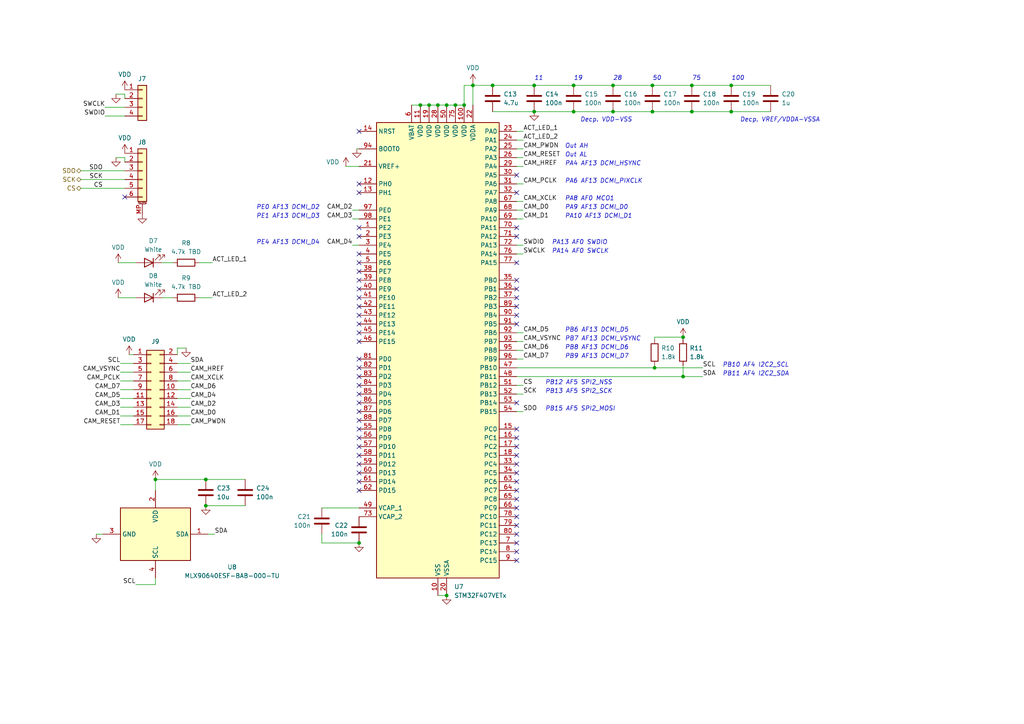
<source format=kicad_sch>
(kicad_sch (version 20230121) (generator eeschema)
  (paper "A4")
  (lib_symbols
    (symbol "Connector_Generic:Conn_01x04" (pin_names (offset 1.016) hide)
      (property "Reference" "J" (at 0 5.08 0))
      (property "Value" "Conn_01x04" (at 0 -7.62 0))
      (symbol "Conn_01x04_1_1"
        (rectangle (start -1.27 -4.953) (end 0 -5.207) (stroke (width 0.1524)))
        (rectangle (start -1.27 -2.413) (end 0 -2.667) (stroke (width 0.1524)))
        (rectangle (start -1.27 0.127) (end 0 -0.127) (stroke (width 0.1524)))
        (rectangle (start -1.27 2.667) (end 0 2.413) (stroke (width 0.1524)))
        (rectangle (start -1.27 3.81) (end 1.27 -6.35) (stroke (width 0.254)) (fill (type background)))
        (pin passive line (at -5.08 2.54 0) (length 3.81) (name "Pin_1") (number "1"))
        (pin passive line (at -5.08 0 0) (length 3.81) (name "Pin_2") (number "2"))
        (pin passive line (at -5.08 -2.54 0) (length 3.81) (name "Pin_3") (number "3"))
        (pin passive line (at -5.08 -5.08 0) (length 3.81) (name "Pin_4") (number "4"))
      )
    )
    (symbol "Connector_Generic:Conn_02x09_Odd_Even" (pin_names (offset 1.016) hide)
      (property "Reference" "J" (at 1.27 12.7 0))
      (property "Value" "Conn_02x09_Odd_Even" (at 1.27 -12.7 0))
      (symbol "Conn_02x09_Odd_Even_1_1"
        (rectangle (start -1.27 -10.033) (end 0 -10.287) (stroke (width 0.1524)))
        (rectangle (start -1.27 -7.493) (end 0 -7.747) (stroke (width 0.1524)))
        (rectangle (start -1.27 -4.953) (end 0 -5.207) (stroke (width 0.1524)))
        (rectangle (start -1.27 -2.413) (end 0 -2.667) (stroke (width 0.1524)))
        (rectangle (start -1.27 0.127) (end 0 -0.127) (stroke (width 0.1524)))
        (rectangle (start -1.27 2.667) (end 0 2.413) (stroke (width 0.1524)))
        (rectangle (start -1.27 5.207) (end 0 4.953) (stroke (width 0.1524)))
        (rectangle (start -1.27 7.747) (end 0 7.493) (stroke (width 0.1524)))
        (rectangle (start -1.27 10.287) (end 0 10.033) (stroke (width 0.1524)))
        (rectangle (start -1.27 11.43) (end 3.81 -11.43) (stroke (width 0.254)) (fill (type background)))
        (rectangle (start 3.81 -10.033) (end 2.54 -10.287) (stroke (width 0.1524)))
        (rectangle (start 3.81 -7.493) (end 2.54 -7.747) (stroke (width 0.1524)))
        (rectangle (start 3.81 -4.953) (end 2.54 -5.207) (stroke (width 0.1524)))
        (rectangle (start 3.81 -2.413) (end 2.54 -2.667) (stroke (width 0.1524)))
        (rectangle (start 3.81 0.127) (end 2.54 -0.127) (stroke (width 0.1524)))
        (rectangle (start 3.81 2.667) (end 2.54 2.413) (stroke (width 0.1524)))
        (rectangle (start 3.81 5.207) (end 2.54 4.953) (stroke (width 0.1524)))
        (rectangle (start 3.81 7.747) (end 2.54 7.493) (stroke (width 0.1524)))
        (rectangle (start 3.81 10.287) (end 2.54 10.033) (stroke (width 0.1524)))
        (pin passive line (at -5.08 10.16 0) (length 3.81) (name "Pin_1") (number "1"))
        (pin passive line (at 7.62 0 180) (length 3.81) (name "Pin_10") (number "10"))
        (pin passive line (at -5.08 -2.54 0) (length 3.81) (name "Pin_11") (number "11"))
        (pin passive line (at 7.62 -2.54 180) (length 3.81) (name "Pin_12") (number "12"))
        (pin passive line (at -5.08 -5.08 0) (length 3.81) (name "Pin_13") (number "13"))
        (pin passive line (at 7.62 -5.08 180) (length 3.81) (name "Pin_14") (number "14"))
        (pin passive line (at -5.08 -7.62 0) (length 3.81) (name "Pin_15") (number "15"))
        (pin passive line (at 7.62 -7.62 180) (length 3.81) (name "Pin_16") (number "16"))
        (pin passive line (at -5.08 -10.16 0) (length 3.81) (name "Pin_17") (number "17"))
        (pin passive line (at 7.62 -10.16 180) (length 3.81) (name "Pin_18") (number "18"))
        (pin passive line (at 7.62 10.16 180) (length 3.81) (name "Pin_2") (number "2"))
        (pin passive line (at -5.08 7.62 0) (length 3.81) (name "Pin_3") (number "3"))
        (pin passive line (at 7.62 7.62 180) (length 3.81) (name "Pin_4") (number "4"))
        (pin passive line (at -5.08 5.08 0) (length 3.81) (name "Pin_5") (number "5"))
        (pin passive line (at 7.62 5.08 180) (length 3.81) (name "Pin_6") (number "6"))
        (pin passive line (at -5.08 2.54 0) (length 3.81) (name "Pin_7") (number "7"))
        (pin passive line (at 7.62 2.54 180) (length 3.81) (name "Pin_8") (number "8"))
        (pin passive line (at -5.08 0 0) (length 3.81) (name "Pin_9") (number "9"))
      )
    )
    (symbol "Connector_Generic_MountingPin:Conn_01x06_MountingPin" (pin_names (offset 1.016) hide)
      (property "Reference" "J" (at 0 7.62 0))
      (property "Value" "Conn_01x06_MountingPin" (at 1.27 -10.16 0))
      (symbol "Conn_01x06_MountingPin_1_1"
        (rectangle (start -1.27 -7.493) (end 0 -7.747) (stroke (width 0.1524)))
        (rectangle (start -1.27 -4.953) (end 0 -5.207) (stroke (width 0.1524)))
        (rectangle (start -1.27 -2.413) (end 0 -2.667) (stroke (width 0.1524)))
        (rectangle (start -1.27 0.127) (end 0 -0.127) (stroke (width 0.1524)))
        (rectangle (start -1.27 2.667) (end 0 2.413) (stroke (width 0.1524)))
        (rectangle (start -1.27 5.207) (end 0 4.953) (stroke (width 0.1524)))
        (rectangle (start -1.27 6.35) (end 1.27 -8.89) (stroke (width 0.254)) (fill (type background)))
        (polyline (pts (xy -1.016 -9.652) (xy 1.016 -9.652)) (stroke (width 0.1524)))
        (text "Mounting" (at 0 -9.271 0) (effects (font (size 0.381 0.381))))
        (pin passive line (at -5.08 5.08 0) (length 3.81) (name "Pin_1") (number "1"))
        (pin passive line (at -5.08 2.54 0) (length 3.81) (name "Pin_2") (number "2"))
        (pin passive line (at -5.08 0 0) (length 3.81) (name "Pin_3") (number "3"))
        (pin passive line (at -5.08 -2.54 0) (length 3.81) (name "Pin_4") (number "4"))
        (pin passive line (at -5.08 -5.08 0) (length 3.81) (name "Pin_5") (number "5"))
        (pin passive line (at -5.08 -7.62 0) (length 3.81) (name "Pin_6") (number "6"))
        (pin passive line (at 0 -12.7 90) (length 3.048) (name "MountPin") (number "MP"))
      )
    )
    (symbol "Device:C" (pin_numbers hide) (pin_names (offset 0.254))
      (property "Reference" "C" (at 0.635 2.54 0))
      (property "Value" "C" (at 0.635 -2.54 0))
      (symbol "C_0_1"
        (polyline (pts (xy -2.032 -0.762) (xy 2.032 -0.762)) (stroke (width 0.508)))
        (polyline (pts (xy -2.032 0.762) (xy 2.032 0.762)) (stroke (width 0.508)))
      )
      (symbol "C_1_1"
        (pin passive line (at 0 3.81 270) (length 2.794) (name "~") (number "1"))
        (pin passive line (at 0 -3.81 90) (length 2.794) (name "~") (number "2"))
      )
    )
    (symbol "Device:LED" (pin_numbers hide) (pin_names (offset 1.016) hide)
      (property "Reference" "D" (at 0 2.54 0))
      (property "Value" "LED" (at 0 -2.54 0))
      (symbol "LED_0_1"
        (polyline (pts (xy -1.27 -1.27) (xy -1.27 1.27)) (stroke (width 0.254)))
        (polyline (pts (xy -1.27 0) (xy 1.27 0)))
        (polyline (pts (xy 1.27 -1.27) (xy 1.27 1.27) (xy -1.27 0) (xy 1.27 -1.27)) (stroke (width 0.254)))
        (polyline (pts (xy -3.048 -0.762) (xy -4.572 -2.286) (xy -3.81 -2.286) (xy -4.572 -2.286) (xy -4.572 -1.524)))
        (polyline (pts (xy -1.778 -0.762) (xy -3.302 -2.286) (xy -2.54 -2.286) (xy -3.302 -2.286) (xy -3.302 -1.524)))
      )
      (symbol "LED_1_1"
        (pin passive line (at -3.81 0 0) (length 2.54) (name "K") (number "1"))
        (pin passive line (at 3.81 0 180) (length 2.54) (name "A") (number "2"))
      )
    )
    (symbol "Device:R" (pin_numbers hide) (pin_names (offset 0))
      (property "Reference" "R" (at 2.032 0 90))
      (property "Value" "R" (at 0 0 90))
      (symbol "R_0_1"
        (rectangle (start -1.016 -2.54) (end 1.016 2.54) (stroke (width 0.254)))
      )
      (symbol "R_1_1"
        (pin passive line (at 0 3.81 270) (length 1.27) (name "~") (number "1"))
        (pin passive line (at 0 -3.81 90) (length 1.27) (name "~") (number "2"))
      )
    )
    (symbol "MCU_ST_STM32F4:STM32F407VETx"
      (property "Reference" "U" (at -17.78 67.31 0))
      (property "Value" "STM32F407VETx" (at 12.7 67.31 0))
      (symbol "STM32F407VETx_0_1"
        (rectangle (start -17.78 -66.04) (end 17.78 66.04) (stroke (width 0.254)) (fill (type background)))
      )
      (symbol "STM32F407VETx_1_1"
        (pin bidirectional line (at -22.86 35.56 0) (length 5.08) (name "PE2") (number "1"))
        (pin power_in line (at 0 -71.12 90) (length 5.08) (name "VSS") (number "10"))
        (pin power_in line (at 7.62 71.12 270) (length 5.08) (name "VDD") (number "100"))
        (pin power_in line (at -5.08 71.12 270) (length 5.08) (name "VDD") (number "11"))
        (pin bidirectional line (at -22.86 48.26 0) (length 5.08) (name "PH0") (number "12"))
        (pin bidirectional line (at -22.86 45.72 0) (length 5.08) (name "PH1") (number "13"))
        (pin input line (at -22.86 63.5 0) (length 5.08) (name "NRST") (number "14"))
        (pin bidirectional line (at 22.86 -22.86 180) (length 5.08) (name "PC0") (number "15"))
        (pin bidirectional line (at 22.86 -25.4 180) (length 5.08) (name "PC1") (number "16"))
        (pin bidirectional line (at 22.86 -27.94 180) (length 5.08) (name "PC2") (number "17"))
        (pin bidirectional line (at 22.86 -30.48 180) (length 5.08) (name "PC3") (number "18"))
        (pin power_in line (at -2.54 71.12 270) (length 5.08) (name "VDD") (number "19"))
        (pin bidirectional line (at -22.86 33.02 0) (length 5.08) (name "PE3") (number "2"))
        (pin power_in line (at 2.54 -71.12 90) (length 5.08) (name "VSSA") (number "20"))
        (pin input line (at -22.86 53.34 0) (length 5.08) (name "VREF+") (number "21"))
        (pin power_in line (at 10.16 71.12 270) (length 5.08) (name "VDDA") (number "22"))
        (pin bidirectional line (at 22.86 63.5 180) (length 5.08) (name "PA0") (number "23"))
        (pin bidirectional line (at 22.86 60.96 180) (length 5.08) (name "PA1") (number "24"))
        (pin bidirectional line (at 22.86 58.42 180) (length 5.08) (name "PA2") (number "25"))
        (pin bidirectional line (at 22.86 55.88 180) (length 5.08) (name "PA3") (number "26"))
        (pin passive line (at 0 -71.12 90) (length 5.08) hide (name "VSS") (number "27"))
        (pin power_in line (at 0 71.12 270) (length 5.08) (name "VDD") (number "28"))
        (pin bidirectional line (at 22.86 53.34 180) (length 5.08) (name "PA4") (number "29"))
        (pin bidirectional line (at -22.86 30.48 0) (length 5.08) (name "PE4") (number "3"))
        (pin bidirectional line (at 22.86 50.8 180) (length 5.08) (name "PA5") (number "30"))
        (pin bidirectional line (at 22.86 48.26 180) (length 5.08) (name "PA6") (number "31"))
        (pin bidirectional line (at 22.86 45.72 180) (length 5.08) (name "PA7") (number "32"))
        (pin bidirectional line (at 22.86 -33.02 180) (length 5.08) (name "PC4") (number "33"))
        (pin bidirectional line (at 22.86 -35.56 180) (length 5.08) (name "PC5") (number "34"))
        (pin bidirectional line (at 22.86 20.32 180) (length 5.08) (name "PB0") (number "35"))
        (pin bidirectional line (at 22.86 17.78 180) (length 5.08) (name "PB1") (number "36"))
        (pin bidirectional line (at 22.86 15.24 180) (length 5.08) (name "PB2") (number "37"))
        (pin bidirectional line (at -22.86 22.86 0) (length 5.08) (name "PE7") (number "38"))
        (pin bidirectional line (at -22.86 20.32 0) (length 5.08) (name "PE8") (number "39"))
        (pin bidirectional line (at -22.86 27.94 0) (length 5.08) (name "PE5") (number "4"))
        (pin bidirectional line (at -22.86 17.78 0) (length 5.08) (name "PE9") (number "40"))
        (pin bidirectional line (at -22.86 15.24 0) (length 5.08) (name "PE10") (number "41"))
        (pin bidirectional line (at -22.86 12.7 0) (length 5.08) (name "PE11") (number "42"))
        (pin bidirectional line (at -22.86 10.16 0) (length 5.08) (name "PE12") (number "43"))
        (pin bidirectional line (at -22.86 7.62 0) (length 5.08) (name "PE13") (number "44"))
        (pin bidirectional line (at -22.86 5.08 0) (length 5.08) (name "PE14") (number "45"))
        (pin bidirectional line (at -22.86 2.54 0) (length 5.08) (name "PE15") (number "46"))
        (pin bidirectional line (at 22.86 -5.08 180) (length 5.08) (name "PB10") (number "47"))
        (pin bidirectional line (at 22.86 -7.62 180) (length 5.08) (name "PB11") (number "48"))
        (pin power_out line (at -22.86 -45.72 0) (length 5.08) (name "VCAP_1") (number "49"))
        (pin bidirectional line (at -22.86 25.4 0) (length 5.08) (name "PE6") (number "5"))
        (pin power_in line (at 2.54 71.12 270) (length 5.08) (name "VDD") (number "50"))
        (pin bidirectional line (at 22.86 -10.16 180) (length 5.08) (name "PB12") (number "51"))
        (pin bidirectional line (at 22.86 -12.7 180) (length 5.08) (name "PB13") (number "52"))
        (pin bidirectional line (at 22.86 -15.24 180) (length 5.08) (name "PB14") (number "53"))
        (pin bidirectional line (at 22.86 -17.78 180) (length 5.08) (name "PB15") (number "54"))
        (pin bidirectional line (at -22.86 -22.86 0) (length 5.08) (name "PD8") (number "55"))
        (pin bidirectional line (at -22.86 -25.4 0) (length 5.08) (name "PD9") (number "56"))
        (pin bidirectional line (at -22.86 -27.94 0) (length 5.08) (name "PD10") (number "57"))
        (pin bidirectional line (at -22.86 -30.48 0) (length 5.08) (name "PD11") (number "58"))
        (pin bidirectional line (at -22.86 -33.02 0) (length 5.08) (name "PD12") (number "59"))
        (pin power_in line (at -7.62 71.12 270) (length 5.08) (name "VBAT") (number "6"))
        (pin bidirectional line (at -22.86 -35.56 0) (length 5.08) (name "PD13") (number "60"))
        (pin bidirectional line (at -22.86 -38.1 0) (length 5.08) (name "PD14") (number "61"))
        (pin bidirectional line (at -22.86 -40.64 0) (length 5.08) (name "PD15") (number "62"))
        (pin bidirectional line (at 22.86 -38.1 180) (length 5.08) (name "PC6") (number "63"))
        (pin bidirectional line (at 22.86 -40.64 180) (length 5.08) (name "PC7") (number "64"))
        (pin bidirectional line (at 22.86 -43.18 180) (length 5.08) (name "PC8") (number "65"))
        (pin bidirectional line (at 22.86 -45.72 180) (length 5.08) (name "PC9") (number "66"))
        (pin bidirectional line (at 22.86 43.18 180) (length 5.08) (name "PA8") (number "67"))
        (pin bidirectional line (at 22.86 40.64 180) (length 5.08) (name "PA9") (number "68"))
        (pin bidirectional line (at 22.86 38.1 180) (length 5.08) (name "PA10") (number "69"))
        (pin bidirectional line (at 22.86 -55.88 180) (length 5.08) (name "PC13") (number "7"))
        (pin bidirectional line (at 22.86 35.56 180) (length 5.08) (name "PA11") (number "70"))
        (pin bidirectional line (at 22.86 33.02 180) (length 5.08) (name "PA12") (number "71"))
        (pin bidirectional line (at 22.86 30.48 180) (length 5.08) (name "PA13") (number "72"))
        (pin power_out line (at -22.86 -48.26 0) (length 5.08) (name "VCAP_2") (number "73"))
        (pin passive line (at 0 -71.12 90) (length 5.08) hide (name "VSS") (number "74"))
        (pin power_in line (at 5.08 71.12 270) (length 5.08) (name "VDD") (number "75"))
        (pin bidirectional line (at 22.86 27.94 180) (length 5.08) (name "PA14") (number "76"))
        (pin bidirectional line (at 22.86 25.4 180) (length 5.08) (name "PA15") (number "77"))
        (pin bidirectional line (at 22.86 -48.26 180) (length 5.08) (name "PC10") (number "78"))
        (pin bidirectional line (at 22.86 -50.8 180) (length 5.08) (name "PC11") (number "79"))
        (pin bidirectional line (at 22.86 -58.42 180) (length 5.08) (name "PC14") (number "8"))
        (pin bidirectional line (at 22.86 -53.34 180) (length 5.08) (name "PC12") (number "80"))
        (pin bidirectional line (at -22.86 -2.54 0) (length 5.08) (name "PD0") (number "81"))
        (pin bidirectional line (at -22.86 -5.08 0) (length 5.08) (name "PD1") (number "82"))
        (pin bidirectional line (at -22.86 -7.62 0) (length 5.08) (name "PD2") (number "83"))
        (pin bidirectional line (at -22.86 -10.16 0) (length 5.08) (name "PD3") (number "84"))
        (pin bidirectional line (at -22.86 -12.7 0) (length 5.08) (name "PD4") (number "85"))
        (pin bidirectional line (at -22.86 -15.24 0) (length 5.08) (name "PD5") (number "86"))
        (pin bidirectional line (at -22.86 -17.78 0) (length 5.08) (name "PD6") (number "87"))
        (pin bidirectional line (at -22.86 -20.32 0) (length 5.08) (name "PD7") (number "88"))
        (pin bidirectional line (at 22.86 12.7 180) (length 5.08) (name "PB3") (number "89"))
        (pin bidirectional line (at 22.86 -60.96 180) (length 5.08) (name "PC15") (number "9"))
        (pin bidirectional line (at 22.86 10.16 180) (length 5.08) (name "PB4") (number "90"))
        (pin bidirectional line (at 22.86 7.62 180) (length 5.08) (name "PB5") (number "91"))
        (pin bidirectional line (at 22.86 5.08 180) (length 5.08) (name "PB6") (number "92"))
        (pin bidirectional line (at 22.86 2.54 180) (length 5.08) (name "PB7") (number "93"))
        (pin input line (at -22.86 58.42 0) (length 5.08) (name "BOOT0") (number "94"))
        (pin bidirectional line (at 22.86 0 180) (length 5.08) (name "PB8") (number "95"))
        (pin bidirectional line (at 22.86 -2.54 180) (length 5.08) (name "PB9") (number "96"))
        (pin bidirectional line (at -22.86 40.64 0) (length 5.08) (name "PE0") (number "97"))
        (pin bidirectional line (at -22.86 38.1 0) (length 5.08) (name "PE1") (number "98"))
        (pin passive line (at 0 -71.12 90) (length 5.08) hide (name "VSS") (number "99"))
      )
    )
    (symbol "MLX90640ESF-BAB-000-TU:MLX90640ESF-BAB-000-TU"
      (property "Reference" "U" (at 21.59 15.24 0))
      (property "Value" "MLX90640ESF-BAB-000-TU" (at 21.59 12.7 0))
      (symbol "MLX90640ESF-BAB-000-TU_1_1"
        (rectangle (start 5.08 10.16) (end 20.32 -10.16) (stroke (width 0.254)) (fill (type background)))
        (pin passive line (at 12.7 -15.24 90) (length 5.08) (name "SDA") (number "1"))
        (pin passive line (at 25.4 0 180) (length 5.08) (name "VDD") (number "2"))
        (pin passive line (at 12.7 15.24 270) (length 5.08) (name "GND") (number "3"))
        (pin passive line (at 0 0 0) (length 5.08) (name "SCL") (number "4"))
      )
    )
    (symbol "power:GND" (power) (pin_names (offset 0))
      (property "Value" "GND" (at 0 -3.81 0))
      (symbol "GND_0_1"
        (polyline (pts (xy 0 0) (xy 0 -1.27) (xy 1.27 -1.27) (xy 0 -2.54) (xy -1.27 -1.27) (xy 0 -1.27)))
      )
      (symbol "GND_1_1"
        (pin power_in line (at 0 0 270) (length 0) hide (name "GND") (number "1"))
      )
    )
    (symbol "power:VDD" (power) (pin_names (offset 0))
      (property "Value" "VDD" (at 0 3.81 0))
      (symbol "VDD_0_1"
        (polyline (pts (xy -0.762 1.27) (xy 0 2.54)))
        (polyline (pts (xy 0 0) (xy 0 2.54)))
        (polyline (pts (xy 0 2.54) (xy 0.762 1.27)))
      )
      (symbol "VDD_1_1"
        (pin power_in line (at 0 0 90) (length 0) hide (name "VDD") (number "1"))
      )
    )
  )
  (junction (at 154.94 32.385))
  (junction (at 45.085 139.065))
  (junction (at 127 30.48))
  (junction (at 198.12 97.79))
  (junction (at 166.37 32.385))
  (junction (at 104.14 157.48))
  (junction (at 166.37 24.765))
  (junction (at 59.69 146.685))
  (junction (at 132.08 30.48))
  (junction (at 189.23 32.385))
  (junction (at 200.66 32.385))
  (junction (at 200.66 24.765))
  (junction (at 154.94 24.765))
  (junction (at 189.865 106.68))
  (junction (at 212.09 32.385))
  (junction (at 129.54 30.48))
  (junction (at 212.09 24.765))
  (junction (at 198.12 109.22))
  (junction (at 59.69 139.065))
  (junction (at 189.23 24.765))
  (junction (at 134.62 30.48))
  (junction (at 129.54 172.72))
  (junction (at 142.875 24.765))
  (junction (at 177.8 32.385))
  (junction (at 177.8 24.765))
  (junction (at 121.92 30.48))
  (junction (at 124.46 30.48))
  (junction (at 137.16 24.765))
  (no_connect (at 104.14 55.88))
  (no_connect (at 149.86 142.24))
  (no_connect (at 104.14 109.22))
  (no_connect (at 149.86 147.32))
  (no_connect (at 104.14 88.9))
  (no_connect (at 149.86 137.16))
  (no_connect (at 149.86 134.62))
  (no_connect (at 104.14 134.62))
  (no_connect (at 104.14 78.74))
  (no_connect (at 149.86 129.54))
  (no_connect (at 149.86 50.8))
  (no_connect (at 149.86 124.46))
  (no_connect (at 104.14 121.92))
  (no_connect (at 149.86 83.82))
  (no_connect (at 104.14 111.76))
  (no_connect (at 104.14 93.98))
  (no_connect (at 104.14 119.38))
  (no_connect (at 104.14 83.82))
  (no_connect (at 104.14 96.52))
  (no_connect (at 104.14 114.3))
  (no_connect (at 149.86 81.28))
  (no_connect (at 104.14 142.24))
  (no_connect (at 104.14 116.84))
  (no_connect (at 149.86 132.08))
  (no_connect (at 149.86 144.78))
  (no_connect (at 149.86 127))
  (no_connect (at 149.86 152.4))
  (no_connect (at 149.86 91.44))
  (no_connect (at 149.86 139.7))
  (no_connect (at 104.14 68.58))
  (no_connect (at 104.14 137.16))
  (no_connect (at 104.14 76.2))
  (no_connect (at 104.14 129.54))
  (no_connect (at 149.86 149.86))
  (no_connect (at 104.14 86.36))
  (no_connect (at 104.14 99.06))
  (no_connect (at 104.14 81.28))
  (no_connect (at 104.14 73.66))
  (no_connect (at 36.195 57.15))
  (no_connect (at 104.14 53.34))
  (no_connect (at 104.14 127))
  (no_connect (at 149.86 55.88))
  (no_connect (at 149.86 76.2))
  (no_connect (at 104.14 106.68))
  (no_connect (at 149.86 88.9))
  (no_connect (at 149.86 68.58))
  (no_connect (at 104.14 91.44))
  (no_connect (at 149.86 93.98))
  (no_connect (at 104.14 132.08))
  (no_connect (at 104.14 66.04))
  (no_connect (at 149.86 160.02))
  (no_connect (at 104.14 139.7))
  (no_connect (at 104.14 38.1))
  (no_connect (at 149.86 157.48))
  (no_connect (at 149.86 154.94))
  (no_connect (at 149.86 162.56))
  (no_connect (at 149.86 66.04))
  (no_connect (at 149.86 86.36))
  (no_connect (at 104.14 124.46))
  (no_connect (at 104.14 104.14))
  (no_connect (at 149.86 116.84))
  (wire (pts (xy 151.765 40.64) (xy 149.86 40.64)))
  (wire (pts (xy 23.495 54.61) (xy 36.195 54.61)))
  (wire (pts (xy 34.925 123.19) (xy 38.735 123.19)))
  (wire (pts (xy 134.62 24.765) (xy 137.16 24.765)))
  (wire (pts (xy 198.12 97.79) (xy 198.12 98.425)))
  (wire (pts (xy 151.765 45.72) (xy 149.86 45.72)))
  (wire (pts (xy 103.505 43.18) (xy 104.14 43.18)))
  (wire (pts (xy 151.765 104.14) (xy 149.86 104.14)))
  (wire (pts (xy 46.99 86.36) (xy 50.165 86.36)))
  (wire (pts (xy 30.48 33.655) (xy 36.195 33.655)))
  (wire (pts (xy 212.09 24.765) (xy 223.52 24.765)))
  (wire (pts (xy 102.235 60.96) (xy 104.14 60.96)))
  (wire (pts (xy 93.345 157.48) (xy 104.14 157.48)))
  (wire (pts (xy 151.765 119.38) (xy 149.86 119.38)))
  (wire (pts (xy 137.16 24.13) (xy 137.16 24.765)))
  (wire (pts (xy 166.37 24.765) (xy 177.8 24.765)))
  (wire (pts (xy 55.245 120.65) (xy 51.435 120.65)))
  (wire (pts (xy 137.16 24.765) (xy 137.16 30.48)))
  (wire (pts (xy 45.085 169.545) (xy 45.085 167.64)))
  (wire (pts (xy 200.66 32.385) (xy 212.09 32.385)))
  (wire (pts (xy 166.37 32.385) (xy 177.8 32.385)))
  (wire (pts (xy 121.92 30.48) (xy 124.46 30.48)))
  (wire (pts (xy 37.465 102.87) (xy 38.735 102.87)))
  (wire (pts (xy 53.975 100.965) (xy 51.435 100.965)))
  (wire (pts (xy 124.46 30.48) (xy 127 30.48)))
  (wire (pts (xy 151.765 63.5) (xy 149.86 63.5)))
  (wire (pts (xy 151.765 71.12) (xy 149.86 71.12)))
  (wire (pts (xy 93.345 147.32) (xy 104.14 147.32)))
  (wire (pts (xy 142.875 24.765) (xy 154.94 24.765)))
  (wire (pts (xy 55.245 107.95) (xy 51.435 107.95)))
  (wire (pts (xy 34.925 115.57) (xy 38.735 115.57)))
  (wire (pts (xy 34.925 110.49) (xy 38.735 110.49)))
  (wire (pts (xy 39.37 169.545) (xy 45.085 169.545)))
  (wire (pts (xy 34.925 120.65) (xy 38.735 120.65)))
  (wire (pts (xy 100.33 48.26) (xy 104.14 48.26)))
  (wire (pts (xy 200.66 24.765) (xy 212.09 24.765)))
  (wire (pts (xy 34.925 113.03) (xy 38.735 113.03)))
  (wire (pts (xy 36.195 27.305) (xy 33.655 27.305)))
  (wire (pts (xy 189.865 106.045) (xy 189.865 106.68)))
  (wire (pts (xy 36.195 28.575) (xy 36.195 27.305)))
  (wire (pts (xy 34.29 86.36) (xy 39.37 86.36)))
  (wire (pts (xy 55.245 110.49) (xy 51.435 110.49)))
  (wire (pts (xy 59.69 146.685) (xy 71.12 146.685)))
  (wire (pts (xy 151.765 58.42) (xy 149.86 58.42)))
  (wire (pts (xy 127 172.72) (xy 129.54 172.72)))
  (wire (pts (xy 151.765 53.34) (xy 149.86 53.34)))
  (wire (pts (xy 151.765 43.18) (xy 149.86 43.18)))
  (wire (pts (xy 34.29 76.2) (xy 39.37 76.2)))
  (wire (pts (xy 151.765 96.52) (xy 149.86 96.52)))
  (wire (pts (xy 137.16 24.765) (xy 142.875 24.765)))
  (wire (pts (xy 149.86 109.22) (xy 198.12 109.22)))
  (wire (pts (xy 189.23 24.765) (xy 200.66 24.765)))
  (wire (pts (xy 189.23 32.385) (xy 200.66 32.385)))
  (wire (pts (xy 23.495 49.53) (xy 36.195 49.53)))
  (wire (pts (xy 142.875 32.385) (xy 154.94 32.385)))
  (wire (pts (xy 177.8 32.385) (xy 189.23 32.385)))
  (wire (pts (xy 189.865 106.68) (xy 203.835 106.68)))
  (wire (pts (xy 129.54 30.48) (xy 132.08 30.48)))
  (wire (pts (xy 177.8 24.765) (xy 189.23 24.765)))
  (wire (pts (xy 55.245 113.03) (xy 51.435 113.03)))
  (wire (pts (xy 55.245 115.57) (xy 51.435 115.57)))
  (wire (pts (xy 198.12 106.045) (xy 198.12 109.22)))
  (wire (pts (xy 132.08 30.48) (xy 134.62 30.48)))
  (wire (pts (xy 154.94 32.385) (xy 166.37 32.385)))
  (wire (pts (xy 198.12 97.79) (xy 189.865 97.79)))
  (wire (pts (xy 154.94 24.765) (xy 166.37 24.765)))
  (wire (pts (xy 51.435 105.41) (xy 55.245 105.41)))
  (wire (pts (xy 102.235 71.12) (xy 104.14 71.12)))
  (wire (pts (xy 51.435 100.965) (xy 51.435 102.87)))
  (wire (pts (xy 189.865 97.79) (xy 189.865 98.425)))
  (wire (pts (xy 45.085 139.065) (xy 45.085 142.24)))
  (wire (pts (xy 134.62 24.765) (xy 134.62 30.48)))
  (wire (pts (xy 36.195 46.99) (xy 36.195 45.72)))
  (wire (pts (xy 46.99 76.2) (xy 50.165 76.2)))
  (wire (pts (xy 62.23 154.94) (xy 60.325 154.94)))
  (wire (pts (xy 30.48 31.115) (xy 36.195 31.115)))
  (wire (pts (xy 59.69 139.065) (xy 71.12 139.065)))
  (wire (pts (xy 102.235 63.5) (xy 104.14 63.5)))
  (wire (pts (xy 119.38 30.48) (xy 121.92 30.48)))
  (wire (pts (xy 151.765 99.06) (xy 149.86 99.06)))
  (wire (pts (xy 57.785 76.2) (xy 61.595 76.2)))
  (wire (pts (xy 55.245 118.11) (xy 51.435 118.11)))
  (wire (pts (xy 149.86 106.68) (xy 189.865 106.68)))
  (wire (pts (xy 212.09 32.385) (xy 223.52 32.385)))
  (wire (pts (xy 57.785 86.36) (xy 61.595 86.36)))
  (wire (pts (xy 93.345 154.94) (xy 93.345 157.48)))
  (wire (pts (xy 23.495 52.07) (xy 36.195 52.07)))
  (wire (pts (xy 36.195 45.72) (xy 33.655 45.72)))
  (wire (pts (xy 127 30.48) (xy 129.54 30.48)))
  (wire (pts (xy 151.765 38.1) (xy 149.86 38.1)))
  (wire (pts (xy 151.765 101.6) (xy 149.86 101.6)))
  (wire (pts (xy 27.94 154.94) (xy 29.845 154.94)))
  (wire (pts (xy 151.765 60.96) (xy 149.86 60.96)))
  (wire (pts (xy 34.925 118.11) (xy 38.735 118.11)))
  (wire (pts (xy 55.245 123.19) (xy 51.435 123.19)))
  (wire (pts (xy 45.085 139.065) (xy 59.69 139.065)))
  (wire (pts (xy 203.835 109.22) (xy 198.12 109.22)))
  (wire (pts (xy 151.765 114.3) (xy 149.86 114.3)))
  (wire (pts (xy 151.765 48.26) (xy 149.86 48.26)))
  (wire (pts (xy 151.765 111.76) (xy 149.86 111.76)))
  (wire (pts (xy 34.925 105.41) (xy 38.735 105.41)))
  (wire (pts (xy 34.925 107.95) (xy 38.735 107.95)))
  (wire (pts (xy 149.86 73.66) (xy 151.765 73.66)))
  (text "19" (at 166.37 23.495 0) (effects (font (size 1.27 1.27) italic) (justify left bottom)))
  (text "50" (at 189.23 23.495 0) (effects (font (size 1.27 1.27) italic) (justify left bottom)))
  (text "11" (at 154.94 23.495 0) (effects (font (size 1.27 1.27) italic) (justify left bottom)))
  (text "PB8 AF13 DCMI_D6" (at 163.83 101.6 0) (effects (font (size 1.27 1.27) italic) (justify left bottom)))
  (text "PE4 AF13 DCMI_D4" (at 92.71 71.12 0) (effects (font (size 1.27 1.27) italic) (justify right bottom)))
  (text "PA9 AF13 DCMI_D0" (at 163.83 60.96 0) (effects (font (size 1.27 1.27) italic) (justify left bottom)))
  (text "PA6 AF13 DCMI_PIXCLK" (at 163.83 53.34 0) (effects (font (size 1.27 1.27) italic) (justify left bottom)))
  (text "28" (at 177.8 23.495 0) (effects (font (size 1.27 1.27) italic) (justify left bottom)))
  (text "PB11 AF4 I2C2_SDA" (at 209.55 109.22 0) (effects (font (size 1.27 1.27) italic) (justify left bottom)))
  (text "PB9 AF13 DCMI_D7" (at 163.83 104.14 0) (effects (font (size 1.27 1.27) italic) (justify left bottom)))
  (text "PA8 AF0 MCO1" (at 163.83 58.42 0) (effects (font (size 1.27 1.27) italic) (justify left bottom)))
  (text "PE0 AF13 DCMI_D2" (at 92.71 60.96 0) (effects (font (size 1.27 1.27) italic) (justify right bottom)))
  (text "PB13 AF5 SPI2_SCK" (at 158.115 114.3 0) (effects (font (size 1.27 1.27) italic) (justify left bottom)))
  (text "Out AL" (at 163.83 45.72 0) (effects (font (size 1.27 1.27) italic) (justify left bottom)))
  (text "PB10 AF4 I2C2_SCL" (at 209.55 106.68 0) (effects (font (size 1.27 1.27) italic) (justify left bottom)))
  (text "75" (at 200.66 23.495 0) (effects (font (size 1.27 1.27) italic) (justify left bottom)))
  (text "PE1 AF13 DCMI_D3" (at 92.71 63.5 0) (effects (font (size 1.27 1.27) italic) (justify right bottom)))
  (text "PB12 AF5 SPI2_NSS" (at 158.115 111.76 0) (effects (font (size 1.27 1.27) italic) (justify left bottom)))
  (text "Decp. VREF/VDDA-VSSA" (at 214.63 35.56 0) (effects (font (size 1.27 1.27) italic) (justify left bottom)))
  (text "Out AH" (at 163.83 43.18 0) (effects (font (size 1.27 1.27) italic) (justify left bottom)))
  (text "PA10 AF13 DCMI_D1" (at 163.83 63.5 0) (effects (font (size 1.27 1.27) italic) (justify left bottom)))
  (text "PA4 AF13 DCMI_HSYNC" (at 163.83 48.26 0) (effects (font (size 1.27 1.27) italic) (justify left bottom)))
  (text "PB15 AF5 SPI2_MOSI" (at 158.115 119.38 0) (effects (font (size 1.27 1.27) italic) (justify left bottom)))
  (text "100" (at 212.09 23.495 0) (effects (font (size 1.27 1.27) italic) (justify left bottom)))
  (text "PA14 AF0 SWCLK" (at 160.02 73.66 0) (effects (font (size 1.27 1.27) italic) (justify left bottom)))
  (text "Decp. VDD-VSS" (at 168.275 35.56 0) (effects (font (size 1.27 1.27) italic) (justify left bottom)))
  (text "PB7 AF13 DCMI_VSYNC" (at 163.83 99.06 0) (effects (font (size 1.27 1.27) italic) (justify left bottom)))
  (text "PB6 AF13 DCMI_D5" (at 163.83 96.52 0) (effects (font (size 1.27 1.27) italic) (justify left bottom)))
  (text "PA13 AF0 SWDIO" (at 160.02 71.12 0) (effects (font (size 1.27 1.27) italic) (justify left bottom)))
  (label "SCL" (at 39.37 169.545 180))
  (label "CAM_RESET" (at 151.765 45.72 0))
  (label "CAM_PCLK" (at 34.925 110.49 180))
  (label "CAM_D6" (at 151.765 101.6 0))
  (label "CAM_D1" (at 151.765 63.5 0))
  (label "CAM_D7" (at 151.765 104.14 0))
  (label "CAM_PWDN" (at 151.765 43.18 0))
  (label "SDA" (at 203.835 109.22 0))
  (label "SDA" (at 62.23 154.94 0))
  (label "ACT_LED_2" (at 151.765 40.64 0))
  (label "CAM_XCLK" (at 55.245 110.49 0))
  (label "SWDIO" (at 30.48 33.655 180))
  (label "CAM_D4" (at 55.245 115.57 0))
  (label "CAM_RESET" (at 34.925 123.19 180))
  (label "CAM_VSYNC" (at 34.925 107.95 180))
  (label "SWCLK" (at 151.765 73.66 0))
  (label "CAM_XCLK" (at 151.765 58.42 0))
  (label "CAM_D2" (at 102.235 60.96 180))
  (label "SDA" (at 55.245 105.41 0))
  (label "SWCLK" (at 30.48 31.115 180))
  (label "ACT_LED_1" (at 151.765 38.1 0))
  (label "CAM_D5" (at 151.765 96.52 0))
  (label "SCK" (at 29.845 52.07 180))
  (label "CAM_D4" (at 102.235 71.12 180))
  (label "CAM_D0" (at 55.245 120.65 0))
  (label "CAM_PCLK" (at 151.765 53.34 0))
  (label "CAM_D2" (at 55.245 118.11 0))
  (label "CAM_D5" (at 34.925 115.57 180))
  (label "ACT_LED_2" (at 61.595 86.36 0))
  (label "CAM_HREF" (at 151.765 48.26 0))
  (label "CAM_D3" (at 102.235 63.5 180))
  (label "SDO" (at 29.845 49.53 180))
  (label "CAM_HREF" (at 55.245 107.95 0))
  (label "SCL" (at 203.835 106.68 0))
  (label "CAM_VSYNC" (at 151.765 99.06 0))
  (label "CAM_D6" (at 55.245 113.03 0))
  (label "CS" (at 29.845 54.61 180))
  (label "SCL" (at 34.925 105.41 180))
  (label "CAM_D0" (at 151.765 60.96 0))
  (label "CAM_D7" (at 34.925 113.03 180))
  (label "CS" (at 151.765 111.76 0))
  (label "CAM_PWDN" (at 55.245 123.19 0))
  (label "SDO" (at 151.765 119.38 0))
  (label "CAM_D1" (at 34.925 120.65 180))
  (label "CAM_D3" (at 34.925 118.11 180))
  (label "SWDIO" (at 151.765 71.12 0))
  (label "ACT_LED_1" (at 61.595 76.2 0))
  (label "SCK" (at 151.765 114.3 0))
  (hierarchical_label "CS" (shape bidirectional) (at 23.495 54.61 180))
  (hierarchical_label "SDO" (shape bidirectional) (at 23.495 49.53 180))
  (hierarchical_label "SCK" (shape bidirectional) (at 23.495 52.07 180))
  (symbol (lib_id "power:GND") (at 154.94 32.385 0) (unit 1)
    (property "Reference" "#PWR052" (effects hide))
    (property "Value" "GND" (effects hide))
  )
  (symbol (lib_id "power:GND") (at 33.655 27.305 0) (unit 1)
    (property "Reference" "#PWR040" (effects hide))
    (property "Value" "GND" (effects hide))
  )
  (symbol (lib_id "Connector_Generic_MountingPin:Conn_01x06_MountingPin") (at 41.275 49.53 0) (unit 1)
    (property "Reference" "J8" (at 40.005 41.275 0) (effects (justify left)))
    (property "Value" "Conn_01x06_MountingPin" (effects hide))
    (property "Footprint" "Connector_FFC-FPC:Jushuo_AFC07-S06FCA-00_1x6-1MP_P0.50_Horizontal" (effects hide))
  )
  (symbol (lib_id "Device:C") (at 177.8 28.575 0) (unit 1)
    (property "Reference" "C16" (at 180.975 27.305 0) (effects (justify left)))
    (property "Value" "100n" (at 180.975 29.845 0) (effects (justify left)))
    (property "Footprint" "Capacitor_SMD:C_0603_1608Metric" (effects hide))
  )
  (symbol (lib_id "power:GND") (at 104.14 157.48 0) (unit 1)
    (property "Reference" "#PWR053" (effects hide))
    (property "Value" "GND" (effects hide))
  )
  (symbol (lib_id "power:VDD") (at 37.465 102.87 0) (unit 1)
    (property "Reference" "#PWR046" (effects hide))
    (property "Value" "VDD" (at 37.465 98.425 0))
  )
  (symbol (lib_id "Device:C") (at 223.52 28.575 0) (unit 1)
    (property "Reference" "C20" (at 226.695 27.305 0) (effects (justify left)))
    (property "Value" "1u" (at 226.695 29.845 0) (effects (justify left)))
    (property "Footprint" "Capacitor_SMD:C_0603_1608Metric" (effects hide))
  )
  (symbol (lib_id "Device:R") (at 198.12 102.235 0) (unit 1)
    (property "Reference" "R11" (at 200.025 100.965 0) (effects (justify left)))
    (property "Value" "1.8k" (at 200.025 103.505 0) (effects (justify left)))
    (property "Footprint" "Resistor_SMD:R_0603_1608Metric" (effects hide))
  )
  (symbol (lib_id "Device:C") (at 71.12 142.875 0) (unit 1)
    (property "Reference" "C24" (at 74.295 141.605 0) (effects (justify left)))
    (property "Value" "100n" (at 74.295 144.145 0) (effects (justify left)))
    (property "Footprint" "Capacitor_SMD:C_0603_1608Metric" (effects hide))
  )
  (symbol (lib_id "power:GND") (at 103.505 43.18 0) (unit 1)
    (property "Reference" "#PWR0139" (effects hide))
    (property "Value" "GND" (effects hide))
  )
  (symbol (lib_id "power:GND") (at 41.275 62.23 0) (unit 1)
    (property "Reference" "#PWR047" (effects hide))
    (property "Value" "GND" (effects hide))
  )
  (symbol (lib_id "Device:C") (at 189.23 28.575 0) (unit 1)
    (property "Reference" "C17" (at 192.405 27.305 0) (effects (justify left)))
    (property "Value" "100n" (at 192.405 29.845 0) (effects (justify left)))
    (property "Footprint" "Capacitor_SMD:C_0603_1608Metric" (effects hide))
  )
  (symbol (lib_id "power:GND") (at 27.94 154.94 0) (unit 1)
    (property "Reference" "#PWR055" (effects hide))
    (property "Value" "GND" (effects hide))
  )
  (symbol (lib_id "Device:R") (at 53.975 86.36 90) (unit 1)
    (property "Reference" "R9" (at 53.975 80.645 90))
    (property "Value" "4.7k TBD" (at 53.975 83.185 90))
    (property "Footprint" "Resistor_SMD:R_0603_1608Metric" (effects hide))
  )
  (symbol (lib_id "Device:C") (at 166.37 28.575 0) (unit 1)
    (property "Reference" "C15" (at 169.545 27.305 0) (effects (justify left)))
    (property "Value" "100n" (at 169.545 29.845 0) (effects (justify left)))
    (property "Footprint" "Capacitor_SMD:C_0603_1608Metric" (effects hide))
  )
  (symbol (lib_id "Device:C") (at 154.94 28.575 0) (unit 1)
    (property "Reference" "C14" (at 158.115 27.305 0) (effects (justify left)))
    (property "Value" "100n" (at 158.115 29.845 0) (effects (justify left)))
    (property "Footprint" "Capacitor_SMD:C_0603_1608Metric" (effects hide))
  )
  (symbol (lib_id "Device:C") (at 59.69 142.875 0) (unit 1)
    (property "Reference" "C23" (at 62.865 141.605 0) (effects (justify left)))
    (property "Value" "10u" (at 62.865 144.145 0) (effects (justify left)))
    (property "Footprint" "Capacitor_SMD:C_0603_1608Metric" (effects hide))
  )
  (symbol (lib_id "Device:C") (at 142.875 28.575 0) (unit 1)
    (property "Reference" "C13" (at 146.05 27.305 0) (effects (justify left)))
    (property "Value" "4.7u" (at 146.05 29.845 0) (effects (justify left)))
    (property "Footprint" "Capacitor_SMD:C_0603_1608Metric" (effects hide))
  )
  (symbol (lib_id "Device:C") (at 200.66 28.575 0) (unit 1)
    (property "Reference" "C18" (at 203.835 27.305 0) (effects (justify left)))
    (property "Value" "100n" (at 203.835 29.845 0) (effects (justify left)))
    (property "Footprint" "Capacitor_SMD:C_0603_1608Metric" (effects hide))
  )
  (symbol (lib_id "Device:R") (at 189.865 102.235 0) (unit 1)
    (property "Reference" "R10" (at 191.77 100.965 0) (effects (justify left)))
    (property "Value" "1.8k" (at 191.77 103.505 0) (effects (justify left)))
    (property "Footprint" "Resistor_SMD:R_0603_1608Metric" (effects hide))
  )
  (symbol (lib_id "power:VDD") (at 137.16 24.13 0) (unit 1)
    (property "Reference" "#PWR051" (effects hide))
    (property "Value" "VDD" (at 137.16 19.685 0))
  )
  (symbol (lib_id "power:VDD") (at 34.29 86.36 0) (unit 1)
    (property "Reference" "#PWR043" (effects hide))
    (property "Value" "VDD" (at 34.29 81.915 0))
  )
  (symbol (lib_id "MCU_ST_STM32F4:STM32F407VETx") (at 127 101.6 0) (unit 1)
    (property "Reference" "U7" (at 131.7341 170.18 0) (effects (justify left)))
    (property "Value" "STM32F407VETx" (at 131.7341 172.72 0) (effects (justify left)))
    (property "Footprint" "Package_QFP:LQFP-100_14x14mm_P0.5mm" (effects hide))
    (property "Datasheet" "https://www.st.com/resource/en/datasheet/stm32f407ve.pdf" (effects hide))
  )
  (symbol (lib_id "power:GND") (at 129.54 172.72 0) (unit 1)
    (property "Reference" "#PWR050" (effects hide))
    (property "Value" "GND" (effects hide))
  )
  (symbol (lib_id "MLX90640ESF-BAB-000-TU:MLX90640ESF-BAB-000-TU") (at 45.085 167.64 90) (unit 1)
    (property "Reference" "U8" (at 67.31 164.465 90))
    (property "Value" "MLX90640ESF-BAB-000-TU" (at 67.31 167.005 90))
    (property "Footprint" "MLX90640ESF-BAB-000-TU:MLX90640ESFBAB000TU" (effects hide))
    (property "Datasheet" "https://componentsearchengine.com/Datasheets/1/MLX90640ESF-BAB-000-TU.pdf" (effects hide))
    (property "Height" "11.55" (effects hide))
    (property "Manufacturer_Name" "Melexis" (effects hide))
    (property "Manufacturer_Part_Number" "MLX90640ESF-BAB-000-TU" (effects hide))
    (property "Mouser Part Number" "482-MLX90640ESFBABTU" (effects hide))
    (property "Mouser Price/Stock" "https://www.mouser.co.uk/ProductDetail/Melexis/MLX90640ESF-BAB-000-TU?qs=y6ZabgHbY%252BzqqbVvVujHFQ%3D%3D" (effects hide))
    (property "Arrow Part Number" "MLX90640ESF-BAB-000-TU" (effects hide))
    (property "Arrow Price/Stock" "https://www.arrow.com/en/products/mlx90640esf-bab-000-tu/melexis?region=nac" (effects hide))
  )
  (symbol (lib_id "power:VDD") (at 34.29 76.2 0) (unit 1)
    (property "Reference" "#PWR042" (effects hide))
    (property "Value" "VDD" (at 34.29 71.755 0))
  )
  (symbol (lib_id "power:GND") (at 33.655 45.72 0) (unit 1)
    (property "Reference" "#PWR041" (effects hide))
    (property "Value" "GND" (effects hide))
  )
  (symbol (lib_id "Connector_Generic:Conn_01x04") (at 41.275 28.575 0) (unit 1)
    (property "Reference" "J7" (at 40.005 22.86 0) (effects (justify left)))
    (property "Value" "Conn_01x04" (effects hide))
    (property "Footprint" "Distributor_footprints:TestPoints_1x04_P2.0" (effects hide))
  )
  (symbol (lib_id "Connector_Generic:Conn_02x09_Odd_Even") (at 43.815 113.03 0) (unit 1)
    (property "Reference" "J9" (at 45.085 99.06 0))
    (property "Value" "Conn_02x09_Odd_Even" (effects hide))
    (property "Footprint" "Connector_PinHeader_2.54mm:PinHeader_2x09_P2.54mm_Vertical" (effects hide))
  )
  (symbol (lib_id "Device:C") (at 104.14 153.67 0) (mirror y) (unit 1)
    (property "Reference" "C22" (at 100.965 152.4 0) (effects (justify left)))
    (property "Value" "100n" (at 100.965 154.94 0) (effects (justify left)))
    (property "Footprint" "Capacitor_SMD:C_0603_1608Metric" (effects hide))
  )
  (symbol (lib_id "power:GND") (at 59.69 146.685 0) (unit 1)
    (property "Reference" "#PWR057" (effects hide))
    (property "Value" "GND" (effects hide))
  )
  (symbol (lib_id "power:VDD") (at 45.085 139.065 0) (unit 1)
    (property "Reference" "#PWR056" (effects hide))
    (property "Value" "VDD" (at 45.085 134.62 0))
  )
  (symbol (lib_id "power:GND") (at 53.975 100.965 0) (unit 1)
    (property "Reference" "#PWR048" (effects hide))
    (property "Value" "GND" (effects hide))
  )
  (symbol (lib_id "Device:C") (at 212.09 28.575 0) (unit 1)
    (property "Reference" "C19" (at 215.265 27.305 0) (effects (justify left)))
    (property "Value" "100n" (at 215.265 29.845 0) (effects (justify left)))
    (property "Footprint" "Capacitor_SMD:C_0603_1608Metric" (effects hide))
  )
  (symbol (lib_id "Device:LED") (at 43.18 76.2 180) (unit 1)
    (property "Reference" "D7" (at 44.45 69.85 0))
    (property "Value" "White" (at 44.45 72.39 0))
    (property "Footprint" "LED_SMD:LED_0603_1608Metric" (effects hide))
  )
  (symbol (lib_id "Device:C") (at 93.345 151.13 0) (mirror y) (unit 1)
    (property "Reference" "C21" (at 90.17 149.86 0) (effects (justify left)))
    (property "Value" "100n" (at 90.17 152.4 0) (effects (justify left)))
    (property "Footprint" "Capacitor_SMD:C_0603_1608Metric" (effects hide))
  )
  (symbol (lib_id "power:VDD") (at 36.195 44.45 0) (unit 1)
    (property "Reference" "#PWR045" (effects hide))
    (property "Value" "VDD" (at 36.195 40.005 0))
  )
  (symbol (lib_id "power:VDD") (at 36.195 26.035 0) (unit 1)
    (property "Reference" "#PWR044" (effects hide))
    (property "Value" "VDD" (at 36.195 21.59 0))
  )
  (symbol (lib_id "power:VDD") (at 100.33 48.26 0) (unit 1)
    (property "Reference" "#PWR049" (effects hide))
    (property "Value" "VDD" (at 96.52 46.99 0))
  )
  (symbol (lib_id "Device:R") (at 53.975 76.2 90) (unit 1)
    (property "Reference" "R8" (at 53.975 70.485 90))
    (property "Value" "4.7k TBD" (at 53.975 73.025 90))
    (property "Footprint" "Resistor_SMD:R_0603_1608Metric" (effects hide))
  )
  (symbol (lib_id "Device:LED") (at 43.18 86.36 180) (unit 1)
    (property "Reference" "D8" (at 44.45 80.01 0))
    (property "Value" "White" (at 44.45 82.55 0))
    (property "Footprint" "LED_SMD:LED_0603_1608Metric" (effects hide))
  )
  (symbol (lib_id "power:VDD") (at 198.12 97.79 0) (unit 1)
    (property "Reference" "#PWR054" (effects hide))
    (property "Value" "VDD" (at 198.12 93.345 0))
  )
)
</source>
